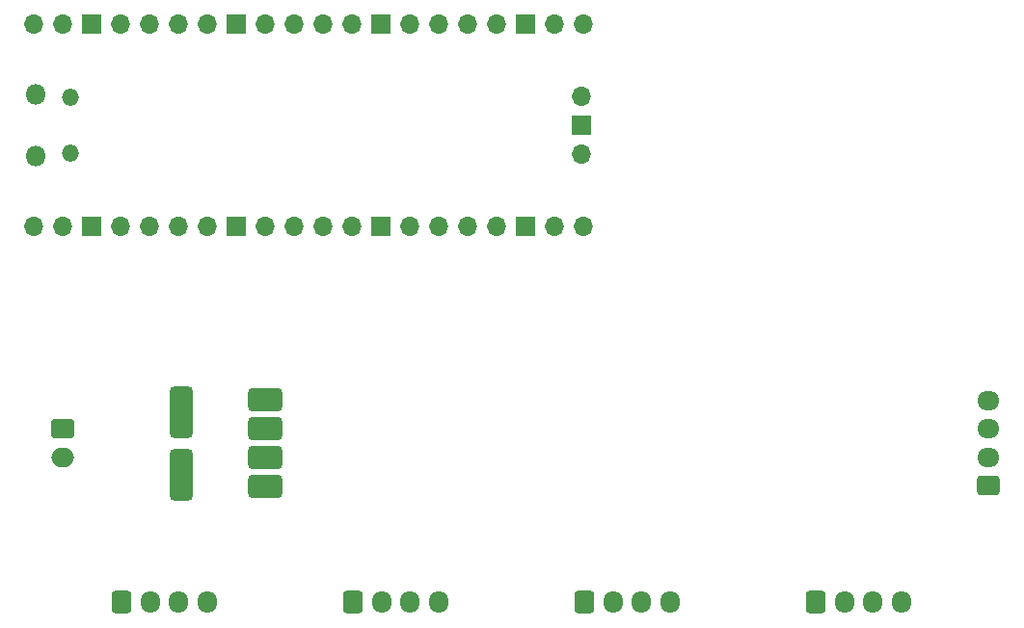
<source format=gbr>
%TF.GenerationSoftware,KiCad,Pcbnew,8.0.5*%
%TF.CreationDate,2025-02-28T15:20:49+09:00*%
%TF.ProjectId,PCB_Sim,5043425f-5369-46d2-9e6b-696361645f70,rev?*%
%TF.SameCoordinates,Original*%
%TF.FileFunction,Soldermask,Bot*%
%TF.FilePolarity,Negative*%
%FSLAX46Y46*%
G04 Gerber Fmt 4.6, Leading zero omitted, Abs format (unit mm)*
G04 Created by KiCad (PCBNEW 8.0.5) date 2025-02-28 15:20:49*
%MOMM*%
%LPD*%
G01*
G04 APERTURE LIST*
G04 Aperture macros list*
%AMRoundRect*
0 Rectangle with rounded corners*
0 $1 Rounding radius*
0 $2 $3 $4 $5 $6 $7 $8 $9 X,Y pos of 4 corners*
0 Add a 4 corners polygon primitive as box body*
4,1,4,$2,$3,$4,$5,$6,$7,$8,$9,$2,$3,0*
0 Add four circle primitives for the rounded corners*
1,1,$1+$1,$2,$3*
1,1,$1+$1,$4,$5*
1,1,$1+$1,$6,$7*
1,1,$1+$1,$8,$9*
0 Add four rect primitives between the rounded corners*
20,1,$1+$1,$2,$3,$4,$5,0*
20,1,$1+$1,$4,$5,$6,$7,0*
20,1,$1+$1,$6,$7,$8,$9,0*
20,1,$1+$1,$8,$9,$2,$3,0*%
G04 Aperture macros list end*
%ADD10RoundRect,0.250000X-0.600000X-0.725000X0.600000X-0.725000X0.600000X0.725000X-0.600000X0.725000X0*%
%ADD11O,1.700000X1.950000*%
%ADD12RoundRect,0.250000X-0.750000X0.600000X-0.750000X-0.600000X0.750000X-0.600000X0.750000X0.600000X0*%
%ADD13O,2.000000X1.700000*%
%ADD14RoundRect,0.328084X1.171916X0.671916X-1.171916X0.671916X-1.171916X-0.671916X1.171916X-0.671916X0*%
%ADD15RoundRect,0.328084X0.671916X1.921916X-0.671916X1.921916X-0.671916X-1.921916X0.671916X-1.921916X0*%
%ADD16O,1.800000X1.800000*%
%ADD17O,1.500000X1.500000*%
%ADD18O,1.700000X1.700000*%
%ADD19R,1.700000X1.700000*%
%ADD20RoundRect,0.250000X0.725000X-0.600000X0.725000X0.600000X-0.725000X0.600000X-0.725000X-0.600000X0*%
%ADD21O,1.950000X1.700000*%
G04 APERTURE END LIST*
D10*
%TO.C,J3*%
X134700000Y-116840000D03*
D11*
X137200000Y-116840000D03*
X139700000Y-116840000D03*
X142200000Y-116840000D03*
%TD*%
D12*
%TO.C,J6*%
X109220000Y-101640000D03*
D13*
X109220000Y-104140000D03*
%TD*%
D14*
%TO.C,PAM1*%
X127000000Y-106680000D03*
X127000000Y-104140000D03*
X127000000Y-101600000D03*
X127000000Y-99060000D03*
D15*
X119600000Y-105630000D03*
X119600000Y-100130000D03*
%TD*%
D10*
%TO.C,J5*%
X175340000Y-116840000D03*
D11*
X177840000Y-116840000D03*
X180340000Y-116840000D03*
X182840000Y-116840000D03*
%TD*%
D10*
%TO.C,J2*%
X114380000Y-116840000D03*
D11*
X116880000Y-116840000D03*
X119380000Y-116840000D03*
X121880000Y-116840000D03*
%TD*%
D10*
%TO.C,J4*%
X155020000Y-116840000D03*
D11*
X157520000Y-116840000D03*
X160020000Y-116840000D03*
X162520000Y-116840000D03*
%TD*%
D16*
%TO.C,U1*%
X106810000Y-77655000D03*
D17*
X109840000Y-77355000D03*
X109840000Y-72505000D03*
D16*
X106810000Y-72205000D03*
D18*
X106680000Y-83820000D03*
X109220000Y-83820000D03*
D19*
X111760000Y-83820000D03*
D18*
X114300000Y-83820000D03*
X116840000Y-83820000D03*
X119380000Y-83820000D03*
X121920000Y-83820000D03*
D19*
X124460000Y-83820000D03*
D18*
X127000000Y-83820000D03*
X129540000Y-83820000D03*
X132080000Y-83820000D03*
X134620000Y-83820000D03*
D19*
X137160000Y-83820000D03*
D18*
X139700000Y-83820000D03*
X142240000Y-83820000D03*
X144780000Y-83820000D03*
X147320000Y-83820000D03*
D19*
X149860000Y-83820000D03*
D18*
X152400000Y-83820000D03*
X154940000Y-83820000D03*
X154940000Y-66040000D03*
X152400000Y-66040000D03*
D19*
X149860000Y-66040000D03*
D18*
X147320000Y-66040000D03*
X144780000Y-66040000D03*
X142240000Y-66040000D03*
X139700000Y-66040000D03*
D19*
X137160000Y-66040000D03*
D18*
X134620000Y-66040000D03*
X132080000Y-66040000D03*
X129540000Y-66040000D03*
X127000000Y-66040000D03*
D19*
X124460000Y-66040000D03*
D18*
X121920000Y-66040000D03*
X119380000Y-66040000D03*
X116840000Y-66040000D03*
X114300000Y-66040000D03*
D19*
X111760000Y-66040000D03*
D18*
X109220000Y-66040000D03*
X106680000Y-66040000D03*
X154710000Y-77470000D03*
D19*
X154710000Y-74930000D03*
D18*
X154710000Y-72390000D03*
%TD*%
D20*
%TO.C,J1*%
X190500000Y-106640000D03*
D21*
X190500000Y-104140000D03*
X190500000Y-101640000D03*
X190500000Y-99140000D03*
%TD*%
M02*

</source>
